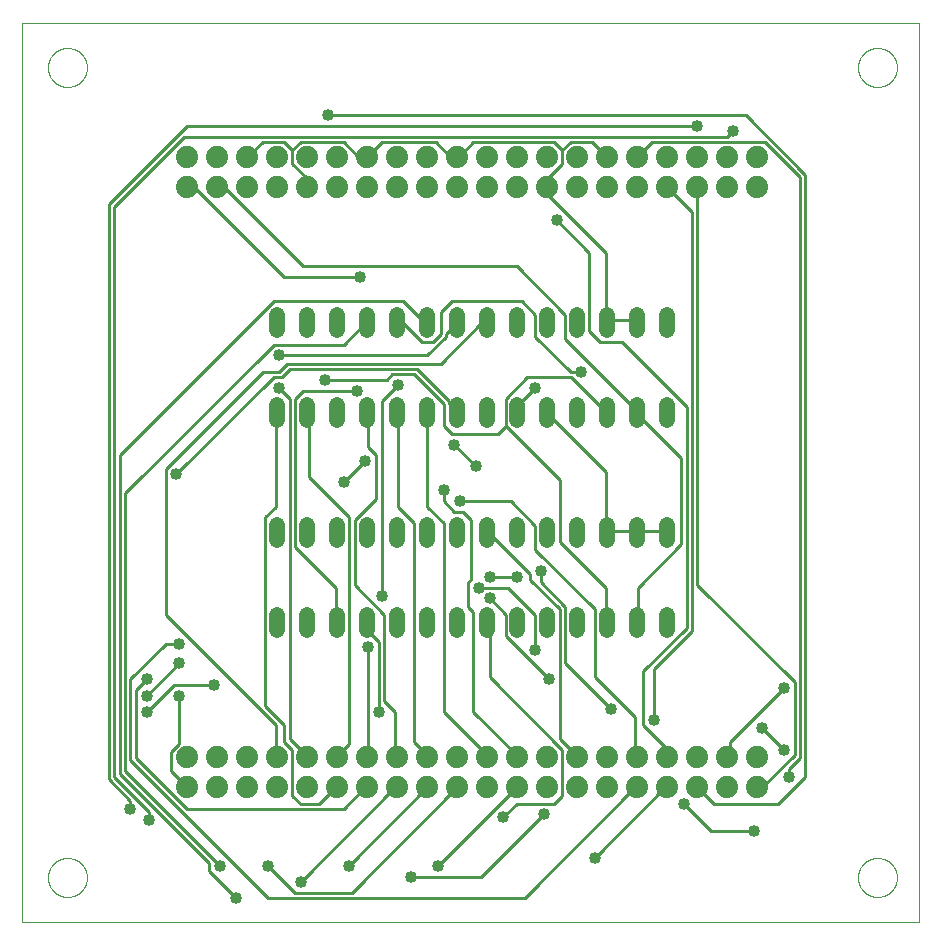
<source format=gtl>
G75*
%MOIN*%
%OFA0B0*%
%FSLAX25Y25*%
%IPPOS*%
%LPD*%
%AMOC8*
5,1,8,0,0,1.08239X$1,22.5*
%
%ADD10C,0.00000*%
%ADD11C,0.05200*%
%ADD12C,0.07400*%
%ADD13C,0.01000*%
%ADD14C,0.04000*%
D10*
X0483333Y0001000D02*
X0483333Y0300961D01*
X0782034Y0300961D01*
X0782034Y0001000D01*
X0483333Y0001000D01*
X0491833Y0016000D02*
X0491835Y0016161D01*
X0491841Y0016321D01*
X0491851Y0016482D01*
X0491865Y0016642D01*
X0491883Y0016802D01*
X0491904Y0016961D01*
X0491930Y0017120D01*
X0491960Y0017278D01*
X0491993Y0017435D01*
X0492031Y0017592D01*
X0492072Y0017747D01*
X0492117Y0017901D01*
X0492166Y0018054D01*
X0492219Y0018206D01*
X0492275Y0018357D01*
X0492336Y0018506D01*
X0492399Y0018654D01*
X0492467Y0018800D01*
X0492538Y0018944D01*
X0492612Y0019086D01*
X0492690Y0019227D01*
X0492772Y0019365D01*
X0492857Y0019502D01*
X0492945Y0019636D01*
X0493037Y0019768D01*
X0493132Y0019898D01*
X0493230Y0020026D01*
X0493331Y0020151D01*
X0493435Y0020273D01*
X0493542Y0020393D01*
X0493652Y0020510D01*
X0493765Y0020625D01*
X0493881Y0020736D01*
X0494000Y0020845D01*
X0494121Y0020950D01*
X0494245Y0021053D01*
X0494371Y0021153D01*
X0494499Y0021249D01*
X0494630Y0021342D01*
X0494764Y0021432D01*
X0494899Y0021519D01*
X0495037Y0021602D01*
X0495176Y0021682D01*
X0495318Y0021758D01*
X0495461Y0021831D01*
X0495606Y0021900D01*
X0495753Y0021966D01*
X0495901Y0022028D01*
X0496051Y0022086D01*
X0496202Y0022141D01*
X0496355Y0022192D01*
X0496509Y0022239D01*
X0496664Y0022282D01*
X0496820Y0022321D01*
X0496976Y0022357D01*
X0497134Y0022388D01*
X0497292Y0022416D01*
X0497451Y0022440D01*
X0497611Y0022460D01*
X0497771Y0022476D01*
X0497931Y0022488D01*
X0498092Y0022496D01*
X0498253Y0022500D01*
X0498413Y0022500D01*
X0498574Y0022496D01*
X0498735Y0022488D01*
X0498895Y0022476D01*
X0499055Y0022460D01*
X0499215Y0022440D01*
X0499374Y0022416D01*
X0499532Y0022388D01*
X0499690Y0022357D01*
X0499846Y0022321D01*
X0500002Y0022282D01*
X0500157Y0022239D01*
X0500311Y0022192D01*
X0500464Y0022141D01*
X0500615Y0022086D01*
X0500765Y0022028D01*
X0500913Y0021966D01*
X0501060Y0021900D01*
X0501205Y0021831D01*
X0501348Y0021758D01*
X0501490Y0021682D01*
X0501629Y0021602D01*
X0501767Y0021519D01*
X0501902Y0021432D01*
X0502036Y0021342D01*
X0502167Y0021249D01*
X0502295Y0021153D01*
X0502421Y0021053D01*
X0502545Y0020950D01*
X0502666Y0020845D01*
X0502785Y0020736D01*
X0502901Y0020625D01*
X0503014Y0020510D01*
X0503124Y0020393D01*
X0503231Y0020273D01*
X0503335Y0020151D01*
X0503436Y0020026D01*
X0503534Y0019898D01*
X0503629Y0019768D01*
X0503721Y0019636D01*
X0503809Y0019502D01*
X0503894Y0019365D01*
X0503976Y0019227D01*
X0504054Y0019086D01*
X0504128Y0018944D01*
X0504199Y0018800D01*
X0504267Y0018654D01*
X0504330Y0018506D01*
X0504391Y0018357D01*
X0504447Y0018206D01*
X0504500Y0018054D01*
X0504549Y0017901D01*
X0504594Y0017747D01*
X0504635Y0017592D01*
X0504673Y0017435D01*
X0504706Y0017278D01*
X0504736Y0017120D01*
X0504762Y0016961D01*
X0504783Y0016802D01*
X0504801Y0016642D01*
X0504815Y0016482D01*
X0504825Y0016321D01*
X0504831Y0016161D01*
X0504833Y0016000D01*
X0504831Y0015839D01*
X0504825Y0015679D01*
X0504815Y0015518D01*
X0504801Y0015358D01*
X0504783Y0015198D01*
X0504762Y0015039D01*
X0504736Y0014880D01*
X0504706Y0014722D01*
X0504673Y0014565D01*
X0504635Y0014408D01*
X0504594Y0014253D01*
X0504549Y0014099D01*
X0504500Y0013946D01*
X0504447Y0013794D01*
X0504391Y0013643D01*
X0504330Y0013494D01*
X0504267Y0013346D01*
X0504199Y0013200D01*
X0504128Y0013056D01*
X0504054Y0012914D01*
X0503976Y0012773D01*
X0503894Y0012635D01*
X0503809Y0012498D01*
X0503721Y0012364D01*
X0503629Y0012232D01*
X0503534Y0012102D01*
X0503436Y0011974D01*
X0503335Y0011849D01*
X0503231Y0011727D01*
X0503124Y0011607D01*
X0503014Y0011490D01*
X0502901Y0011375D01*
X0502785Y0011264D01*
X0502666Y0011155D01*
X0502545Y0011050D01*
X0502421Y0010947D01*
X0502295Y0010847D01*
X0502167Y0010751D01*
X0502036Y0010658D01*
X0501902Y0010568D01*
X0501767Y0010481D01*
X0501629Y0010398D01*
X0501490Y0010318D01*
X0501348Y0010242D01*
X0501205Y0010169D01*
X0501060Y0010100D01*
X0500913Y0010034D01*
X0500765Y0009972D01*
X0500615Y0009914D01*
X0500464Y0009859D01*
X0500311Y0009808D01*
X0500157Y0009761D01*
X0500002Y0009718D01*
X0499846Y0009679D01*
X0499690Y0009643D01*
X0499532Y0009612D01*
X0499374Y0009584D01*
X0499215Y0009560D01*
X0499055Y0009540D01*
X0498895Y0009524D01*
X0498735Y0009512D01*
X0498574Y0009504D01*
X0498413Y0009500D01*
X0498253Y0009500D01*
X0498092Y0009504D01*
X0497931Y0009512D01*
X0497771Y0009524D01*
X0497611Y0009540D01*
X0497451Y0009560D01*
X0497292Y0009584D01*
X0497134Y0009612D01*
X0496976Y0009643D01*
X0496820Y0009679D01*
X0496664Y0009718D01*
X0496509Y0009761D01*
X0496355Y0009808D01*
X0496202Y0009859D01*
X0496051Y0009914D01*
X0495901Y0009972D01*
X0495753Y0010034D01*
X0495606Y0010100D01*
X0495461Y0010169D01*
X0495318Y0010242D01*
X0495176Y0010318D01*
X0495037Y0010398D01*
X0494899Y0010481D01*
X0494764Y0010568D01*
X0494630Y0010658D01*
X0494499Y0010751D01*
X0494371Y0010847D01*
X0494245Y0010947D01*
X0494121Y0011050D01*
X0494000Y0011155D01*
X0493881Y0011264D01*
X0493765Y0011375D01*
X0493652Y0011490D01*
X0493542Y0011607D01*
X0493435Y0011727D01*
X0493331Y0011849D01*
X0493230Y0011974D01*
X0493132Y0012102D01*
X0493037Y0012232D01*
X0492945Y0012364D01*
X0492857Y0012498D01*
X0492772Y0012635D01*
X0492690Y0012773D01*
X0492612Y0012914D01*
X0492538Y0013056D01*
X0492467Y0013200D01*
X0492399Y0013346D01*
X0492336Y0013494D01*
X0492275Y0013643D01*
X0492219Y0013794D01*
X0492166Y0013946D01*
X0492117Y0014099D01*
X0492072Y0014253D01*
X0492031Y0014408D01*
X0491993Y0014565D01*
X0491960Y0014722D01*
X0491930Y0014880D01*
X0491904Y0015039D01*
X0491883Y0015198D01*
X0491865Y0015358D01*
X0491851Y0015518D01*
X0491841Y0015679D01*
X0491835Y0015839D01*
X0491833Y0016000D01*
X0761833Y0016000D02*
X0761835Y0016161D01*
X0761841Y0016321D01*
X0761851Y0016482D01*
X0761865Y0016642D01*
X0761883Y0016802D01*
X0761904Y0016961D01*
X0761930Y0017120D01*
X0761960Y0017278D01*
X0761993Y0017435D01*
X0762031Y0017592D01*
X0762072Y0017747D01*
X0762117Y0017901D01*
X0762166Y0018054D01*
X0762219Y0018206D01*
X0762275Y0018357D01*
X0762336Y0018506D01*
X0762399Y0018654D01*
X0762467Y0018800D01*
X0762538Y0018944D01*
X0762612Y0019086D01*
X0762690Y0019227D01*
X0762772Y0019365D01*
X0762857Y0019502D01*
X0762945Y0019636D01*
X0763037Y0019768D01*
X0763132Y0019898D01*
X0763230Y0020026D01*
X0763331Y0020151D01*
X0763435Y0020273D01*
X0763542Y0020393D01*
X0763652Y0020510D01*
X0763765Y0020625D01*
X0763881Y0020736D01*
X0764000Y0020845D01*
X0764121Y0020950D01*
X0764245Y0021053D01*
X0764371Y0021153D01*
X0764499Y0021249D01*
X0764630Y0021342D01*
X0764764Y0021432D01*
X0764899Y0021519D01*
X0765037Y0021602D01*
X0765176Y0021682D01*
X0765318Y0021758D01*
X0765461Y0021831D01*
X0765606Y0021900D01*
X0765753Y0021966D01*
X0765901Y0022028D01*
X0766051Y0022086D01*
X0766202Y0022141D01*
X0766355Y0022192D01*
X0766509Y0022239D01*
X0766664Y0022282D01*
X0766820Y0022321D01*
X0766976Y0022357D01*
X0767134Y0022388D01*
X0767292Y0022416D01*
X0767451Y0022440D01*
X0767611Y0022460D01*
X0767771Y0022476D01*
X0767931Y0022488D01*
X0768092Y0022496D01*
X0768253Y0022500D01*
X0768413Y0022500D01*
X0768574Y0022496D01*
X0768735Y0022488D01*
X0768895Y0022476D01*
X0769055Y0022460D01*
X0769215Y0022440D01*
X0769374Y0022416D01*
X0769532Y0022388D01*
X0769690Y0022357D01*
X0769846Y0022321D01*
X0770002Y0022282D01*
X0770157Y0022239D01*
X0770311Y0022192D01*
X0770464Y0022141D01*
X0770615Y0022086D01*
X0770765Y0022028D01*
X0770913Y0021966D01*
X0771060Y0021900D01*
X0771205Y0021831D01*
X0771348Y0021758D01*
X0771490Y0021682D01*
X0771629Y0021602D01*
X0771767Y0021519D01*
X0771902Y0021432D01*
X0772036Y0021342D01*
X0772167Y0021249D01*
X0772295Y0021153D01*
X0772421Y0021053D01*
X0772545Y0020950D01*
X0772666Y0020845D01*
X0772785Y0020736D01*
X0772901Y0020625D01*
X0773014Y0020510D01*
X0773124Y0020393D01*
X0773231Y0020273D01*
X0773335Y0020151D01*
X0773436Y0020026D01*
X0773534Y0019898D01*
X0773629Y0019768D01*
X0773721Y0019636D01*
X0773809Y0019502D01*
X0773894Y0019365D01*
X0773976Y0019227D01*
X0774054Y0019086D01*
X0774128Y0018944D01*
X0774199Y0018800D01*
X0774267Y0018654D01*
X0774330Y0018506D01*
X0774391Y0018357D01*
X0774447Y0018206D01*
X0774500Y0018054D01*
X0774549Y0017901D01*
X0774594Y0017747D01*
X0774635Y0017592D01*
X0774673Y0017435D01*
X0774706Y0017278D01*
X0774736Y0017120D01*
X0774762Y0016961D01*
X0774783Y0016802D01*
X0774801Y0016642D01*
X0774815Y0016482D01*
X0774825Y0016321D01*
X0774831Y0016161D01*
X0774833Y0016000D01*
X0774831Y0015839D01*
X0774825Y0015679D01*
X0774815Y0015518D01*
X0774801Y0015358D01*
X0774783Y0015198D01*
X0774762Y0015039D01*
X0774736Y0014880D01*
X0774706Y0014722D01*
X0774673Y0014565D01*
X0774635Y0014408D01*
X0774594Y0014253D01*
X0774549Y0014099D01*
X0774500Y0013946D01*
X0774447Y0013794D01*
X0774391Y0013643D01*
X0774330Y0013494D01*
X0774267Y0013346D01*
X0774199Y0013200D01*
X0774128Y0013056D01*
X0774054Y0012914D01*
X0773976Y0012773D01*
X0773894Y0012635D01*
X0773809Y0012498D01*
X0773721Y0012364D01*
X0773629Y0012232D01*
X0773534Y0012102D01*
X0773436Y0011974D01*
X0773335Y0011849D01*
X0773231Y0011727D01*
X0773124Y0011607D01*
X0773014Y0011490D01*
X0772901Y0011375D01*
X0772785Y0011264D01*
X0772666Y0011155D01*
X0772545Y0011050D01*
X0772421Y0010947D01*
X0772295Y0010847D01*
X0772167Y0010751D01*
X0772036Y0010658D01*
X0771902Y0010568D01*
X0771767Y0010481D01*
X0771629Y0010398D01*
X0771490Y0010318D01*
X0771348Y0010242D01*
X0771205Y0010169D01*
X0771060Y0010100D01*
X0770913Y0010034D01*
X0770765Y0009972D01*
X0770615Y0009914D01*
X0770464Y0009859D01*
X0770311Y0009808D01*
X0770157Y0009761D01*
X0770002Y0009718D01*
X0769846Y0009679D01*
X0769690Y0009643D01*
X0769532Y0009612D01*
X0769374Y0009584D01*
X0769215Y0009560D01*
X0769055Y0009540D01*
X0768895Y0009524D01*
X0768735Y0009512D01*
X0768574Y0009504D01*
X0768413Y0009500D01*
X0768253Y0009500D01*
X0768092Y0009504D01*
X0767931Y0009512D01*
X0767771Y0009524D01*
X0767611Y0009540D01*
X0767451Y0009560D01*
X0767292Y0009584D01*
X0767134Y0009612D01*
X0766976Y0009643D01*
X0766820Y0009679D01*
X0766664Y0009718D01*
X0766509Y0009761D01*
X0766355Y0009808D01*
X0766202Y0009859D01*
X0766051Y0009914D01*
X0765901Y0009972D01*
X0765753Y0010034D01*
X0765606Y0010100D01*
X0765461Y0010169D01*
X0765318Y0010242D01*
X0765176Y0010318D01*
X0765037Y0010398D01*
X0764899Y0010481D01*
X0764764Y0010568D01*
X0764630Y0010658D01*
X0764499Y0010751D01*
X0764371Y0010847D01*
X0764245Y0010947D01*
X0764121Y0011050D01*
X0764000Y0011155D01*
X0763881Y0011264D01*
X0763765Y0011375D01*
X0763652Y0011490D01*
X0763542Y0011607D01*
X0763435Y0011727D01*
X0763331Y0011849D01*
X0763230Y0011974D01*
X0763132Y0012102D01*
X0763037Y0012232D01*
X0762945Y0012364D01*
X0762857Y0012498D01*
X0762772Y0012635D01*
X0762690Y0012773D01*
X0762612Y0012914D01*
X0762538Y0013056D01*
X0762467Y0013200D01*
X0762399Y0013346D01*
X0762336Y0013494D01*
X0762275Y0013643D01*
X0762219Y0013794D01*
X0762166Y0013946D01*
X0762117Y0014099D01*
X0762072Y0014253D01*
X0762031Y0014408D01*
X0761993Y0014565D01*
X0761960Y0014722D01*
X0761930Y0014880D01*
X0761904Y0015039D01*
X0761883Y0015198D01*
X0761865Y0015358D01*
X0761851Y0015518D01*
X0761841Y0015679D01*
X0761835Y0015839D01*
X0761833Y0016000D01*
X0761833Y0286000D02*
X0761835Y0286161D01*
X0761841Y0286321D01*
X0761851Y0286482D01*
X0761865Y0286642D01*
X0761883Y0286802D01*
X0761904Y0286961D01*
X0761930Y0287120D01*
X0761960Y0287278D01*
X0761993Y0287435D01*
X0762031Y0287592D01*
X0762072Y0287747D01*
X0762117Y0287901D01*
X0762166Y0288054D01*
X0762219Y0288206D01*
X0762275Y0288357D01*
X0762336Y0288506D01*
X0762399Y0288654D01*
X0762467Y0288800D01*
X0762538Y0288944D01*
X0762612Y0289086D01*
X0762690Y0289227D01*
X0762772Y0289365D01*
X0762857Y0289502D01*
X0762945Y0289636D01*
X0763037Y0289768D01*
X0763132Y0289898D01*
X0763230Y0290026D01*
X0763331Y0290151D01*
X0763435Y0290273D01*
X0763542Y0290393D01*
X0763652Y0290510D01*
X0763765Y0290625D01*
X0763881Y0290736D01*
X0764000Y0290845D01*
X0764121Y0290950D01*
X0764245Y0291053D01*
X0764371Y0291153D01*
X0764499Y0291249D01*
X0764630Y0291342D01*
X0764764Y0291432D01*
X0764899Y0291519D01*
X0765037Y0291602D01*
X0765176Y0291682D01*
X0765318Y0291758D01*
X0765461Y0291831D01*
X0765606Y0291900D01*
X0765753Y0291966D01*
X0765901Y0292028D01*
X0766051Y0292086D01*
X0766202Y0292141D01*
X0766355Y0292192D01*
X0766509Y0292239D01*
X0766664Y0292282D01*
X0766820Y0292321D01*
X0766976Y0292357D01*
X0767134Y0292388D01*
X0767292Y0292416D01*
X0767451Y0292440D01*
X0767611Y0292460D01*
X0767771Y0292476D01*
X0767931Y0292488D01*
X0768092Y0292496D01*
X0768253Y0292500D01*
X0768413Y0292500D01*
X0768574Y0292496D01*
X0768735Y0292488D01*
X0768895Y0292476D01*
X0769055Y0292460D01*
X0769215Y0292440D01*
X0769374Y0292416D01*
X0769532Y0292388D01*
X0769690Y0292357D01*
X0769846Y0292321D01*
X0770002Y0292282D01*
X0770157Y0292239D01*
X0770311Y0292192D01*
X0770464Y0292141D01*
X0770615Y0292086D01*
X0770765Y0292028D01*
X0770913Y0291966D01*
X0771060Y0291900D01*
X0771205Y0291831D01*
X0771348Y0291758D01*
X0771490Y0291682D01*
X0771629Y0291602D01*
X0771767Y0291519D01*
X0771902Y0291432D01*
X0772036Y0291342D01*
X0772167Y0291249D01*
X0772295Y0291153D01*
X0772421Y0291053D01*
X0772545Y0290950D01*
X0772666Y0290845D01*
X0772785Y0290736D01*
X0772901Y0290625D01*
X0773014Y0290510D01*
X0773124Y0290393D01*
X0773231Y0290273D01*
X0773335Y0290151D01*
X0773436Y0290026D01*
X0773534Y0289898D01*
X0773629Y0289768D01*
X0773721Y0289636D01*
X0773809Y0289502D01*
X0773894Y0289365D01*
X0773976Y0289227D01*
X0774054Y0289086D01*
X0774128Y0288944D01*
X0774199Y0288800D01*
X0774267Y0288654D01*
X0774330Y0288506D01*
X0774391Y0288357D01*
X0774447Y0288206D01*
X0774500Y0288054D01*
X0774549Y0287901D01*
X0774594Y0287747D01*
X0774635Y0287592D01*
X0774673Y0287435D01*
X0774706Y0287278D01*
X0774736Y0287120D01*
X0774762Y0286961D01*
X0774783Y0286802D01*
X0774801Y0286642D01*
X0774815Y0286482D01*
X0774825Y0286321D01*
X0774831Y0286161D01*
X0774833Y0286000D01*
X0774831Y0285839D01*
X0774825Y0285679D01*
X0774815Y0285518D01*
X0774801Y0285358D01*
X0774783Y0285198D01*
X0774762Y0285039D01*
X0774736Y0284880D01*
X0774706Y0284722D01*
X0774673Y0284565D01*
X0774635Y0284408D01*
X0774594Y0284253D01*
X0774549Y0284099D01*
X0774500Y0283946D01*
X0774447Y0283794D01*
X0774391Y0283643D01*
X0774330Y0283494D01*
X0774267Y0283346D01*
X0774199Y0283200D01*
X0774128Y0283056D01*
X0774054Y0282914D01*
X0773976Y0282773D01*
X0773894Y0282635D01*
X0773809Y0282498D01*
X0773721Y0282364D01*
X0773629Y0282232D01*
X0773534Y0282102D01*
X0773436Y0281974D01*
X0773335Y0281849D01*
X0773231Y0281727D01*
X0773124Y0281607D01*
X0773014Y0281490D01*
X0772901Y0281375D01*
X0772785Y0281264D01*
X0772666Y0281155D01*
X0772545Y0281050D01*
X0772421Y0280947D01*
X0772295Y0280847D01*
X0772167Y0280751D01*
X0772036Y0280658D01*
X0771902Y0280568D01*
X0771767Y0280481D01*
X0771629Y0280398D01*
X0771490Y0280318D01*
X0771348Y0280242D01*
X0771205Y0280169D01*
X0771060Y0280100D01*
X0770913Y0280034D01*
X0770765Y0279972D01*
X0770615Y0279914D01*
X0770464Y0279859D01*
X0770311Y0279808D01*
X0770157Y0279761D01*
X0770002Y0279718D01*
X0769846Y0279679D01*
X0769690Y0279643D01*
X0769532Y0279612D01*
X0769374Y0279584D01*
X0769215Y0279560D01*
X0769055Y0279540D01*
X0768895Y0279524D01*
X0768735Y0279512D01*
X0768574Y0279504D01*
X0768413Y0279500D01*
X0768253Y0279500D01*
X0768092Y0279504D01*
X0767931Y0279512D01*
X0767771Y0279524D01*
X0767611Y0279540D01*
X0767451Y0279560D01*
X0767292Y0279584D01*
X0767134Y0279612D01*
X0766976Y0279643D01*
X0766820Y0279679D01*
X0766664Y0279718D01*
X0766509Y0279761D01*
X0766355Y0279808D01*
X0766202Y0279859D01*
X0766051Y0279914D01*
X0765901Y0279972D01*
X0765753Y0280034D01*
X0765606Y0280100D01*
X0765461Y0280169D01*
X0765318Y0280242D01*
X0765176Y0280318D01*
X0765037Y0280398D01*
X0764899Y0280481D01*
X0764764Y0280568D01*
X0764630Y0280658D01*
X0764499Y0280751D01*
X0764371Y0280847D01*
X0764245Y0280947D01*
X0764121Y0281050D01*
X0764000Y0281155D01*
X0763881Y0281264D01*
X0763765Y0281375D01*
X0763652Y0281490D01*
X0763542Y0281607D01*
X0763435Y0281727D01*
X0763331Y0281849D01*
X0763230Y0281974D01*
X0763132Y0282102D01*
X0763037Y0282232D01*
X0762945Y0282364D01*
X0762857Y0282498D01*
X0762772Y0282635D01*
X0762690Y0282773D01*
X0762612Y0282914D01*
X0762538Y0283056D01*
X0762467Y0283200D01*
X0762399Y0283346D01*
X0762336Y0283494D01*
X0762275Y0283643D01*
X0762219Y0283794D01*
X0762166Y0283946D01*
X0762117Y0284099D01*
X0762072Y0284253D01*
X0762031Y0284408D01*
X0761993Y0284565D01*
X0761960Y0284722D01*
X0761930Y0284880D01*
X0761904Y0285039D01*
X0761883Y0285198D01*
X0761865Y0285358D01*
X0761851Y0285518D01*
X0761841Y0285679D01*
X0761835Y0285839D01*
X0761833Y0286000D01*
X0491833Y0286000D02*
X0491835Y0286161D01*
X0491841Y0286321D01*
X0491851Y0286482D01*
X0491865Y0286642D01*
X0491883Y0286802D01*
X0491904Y0286961D01*
X0491930Y0287120D01*
X0491960Y0287278D01*
X0491993Y0287435D01*
X0492031Y0287592D01*
X0492072Y0287747D01*
X0492117Y0287901D01*
X0492166Y0288054D01*
X0492219Y0288206D01*
X0492275Y0288357D01*
X0492336Y0288506D01*
X0492399Y0288654D01*
X0492467Y0288800D01*
X0492538Y0288944D01*
X0492612Y0289086D01*
X0492690Y0289227D01*
X0492772Y0289365D01*
X0492857Y0289502D01*
X0492945Y0289636D01*
X0493037Y0289768D01*
X0493132Y0289898D01*
X0493230Y0290026D01*
X0493331Y0290151D01*
X0493435Y0290273D01*
X0493542Y0290393D01*
X0493652Y0290510D01*
X0493765Y0290625D01*
X0493881Y0290736D01*
X0494000Y0290845D01*
X0494121Y0290950D01*
X0494245Y0291053D01*
X0494371Y0291153D01*
X0494499Y0291249D01*
X0494630Y0291342D01*
X0494764Y0291432D01*
X0494899Y0291519D01*
X0495037Y0291602D01*
X0495176Y0291682D01*
X0495318Y0291758D01*
X0495461Y0291831D01*
X0495606Y0291900D01*
X0495753Y0291966D01*
X0495901Y0292028D01*
X0496051Y0292086D01*
X0496202Y0292141D01*
X0496355Y0292192D01*
X0496509Y0292239D01*
X0496664Y0292282D01*
X0496820Y0292321D01*
X0496976Y0292357D01*
X0497134Y0292388D01*
X0497292Y0292416D01*
X0497451Y0292440D01*
X0497611Y0292460D01*
X0497771Y0292476D01*
X0497931Y0292488D01*
X0498092Y0292496D01*
X0498253Y0292500D01*
X0498413Y0292500D01*
X0498574Y0292496D01*
X0498735Y0292488D01*
X0498895Y0292476D01*
X0499055Y0292460D01*
X0499215Y0292440D01*
X0499374Y0292416D01*
X0499532Y0292388D01*
X0499690Y0292357D01*
X0499846Y0292321D01*
X0500002Y0292282D01*
X0500157Y0292239D01*
X0500311Y0292192D01*
X0500464Y0292141D01*
X0500615Y0292086D01*
X0500765Y0292028D01*
X0500913Y0291966D01*
X0501060Y0291900D01*
X0501205Y0291831D01*
X0501348Y0291758D01*
X0501490Y0291682D01*
X0501629Y0291602D01*
X0501767Y0291519D01*
X0501902Y0291432D01*
X0502036Y0291342D01*
X0502167Y0291249D01*
X0502295Y0291153D01*
X0502421Y0291053D01*
X0502545Y0290950D01*
X0502666Y0290845D01*
X0502785Y0290736D01*
X0502901Y0290625D01*
X0503014Y0290510D01*
X0503124Y0290393D01*
X0503231Y0290273D01*
X0503335Y0290151D01*
X0503436Y0290026D01*
X0503534Y0289898D01*
X0503629Y0289768D01*
X0503721Y0289636D01*
X0503809Y0289502D01*
X0503894Y0289365D01*
X0503976Y0289227D01*
X0504054Y0289086D01*
X0504128Y0288944D01*
X0504199Y0288800D01*
X0504267Y0288654D01*
X0504330Y0288506D01*
X0504391Y0288357D01*
X0504447Y0288206D01*
X0504500Y0288054D01*
X0504549Y0287901D01*
X0504594Y0287747D01*
X0504635Y0287592D01*
X0504673Y0287435D01*
X0504706Y0287278D01*
X0504736Y0287120D01*
X0504762Y0286961D01*
X0504783Y0286802D01*
X0504801Y0286642D01*
X0504815Y0286482D01*
X0504825Y0286321D01*
X0504831Y0286161D01*
X0504833Y0286000D01*
X0504831Y0285839D01*
X0504825Y0285679D01*
X0504815Y0285518D01*
X0504801Y0285358D01*
X0504783Y0285198D01*
X0504762Y0285039D01*
X0504736Y0284880D01*
X0504706Y0284722D01*
X0504673Y0284565D01*
X0504635Y0284408D01*
X0504594Y0284253D01*
X0504549Y0284099D01*
X0504500Y0283946D01*
X0504447Y0283794D01*
X0504391Y0283643D01*
X0504330Y0283494D01*
X0504267Y0283346D01*
X0504199Y0283200D01*
X0504128Y0283056D01*
X0504054Y0282914D01*
X0503976Y0282773D01*
X0503894Y0282635D01*
X0503809Y0282498D01*
X0503721Y0282364D01*
X0503629Y0282232D01*
X0503534Y0282102D01*
X0503436Y0281974D01*
X0503335Y0281849D01*
X0503231Y0281727D01*
X0503124Y0281607D01*
X0503014Y0281490D01*
X0502901Y0281375D01*
X0502785Y0281264D01*
X0502666Y0281155D01*
X0502545Y0281050D01*
X0502421Y0280947D01*
X0502295Y0280847D01*
X0502167Y0280751D01*
X0502036Y0280658D01*
X0501902Y0280568D01*
X0501767Y0280481D01*
X0501629Y0280398D01*
X0501490Y0280318D01*
X0501348Y0280242D01*
X0501205Y0280169D01*
X0501060Y0280100D01*
X0500913Y0280034D01*
X0500765Y0279972D01*
X0500615Y0279914D01*
X0500464Y0279859D01*
X0500311Y0279808D01*
X0500157Y0279761D01*
X0500002Y0279718D01*
X0499846Y0279679D01*
X0499690Y0279643D01*
X0499532Y0279612D01*
X0499374Y0279584D01*
X0499215Y0279560D01*
X0499055Y0279540D01*
X0498895Y0279524D01*
X0498735Y0279512D01*
X0498574Y0279504D01*
X0498413Y0279500D01*
X0498253Y0279500D01*
X0498092Y0279504D01*
X0497931Y0279512D01*
X0497771Y0279524D01*
X0497611Y0279540D01*
X0497451Y0279560D01*
X0497292Y0279584D01*
X0497134Y0279612D01*
X0496976Y0279643D01*
X0496820Y0279679D01*
X0496664Y0279718D01*
X0496509Y0279761D01*
X0496355Y0279808D01*
X0496202Y0279859D01*
X0496051Y0279914D01*
X0495901Y0279972D01*
X0495753Y0280034D01*
X0495606Y0280100D01*
X0495461Y0280169D01*
X0495318Y0280242D01*
X0495176Y0280318D01*
X0495037Y0280398D01*
X0494899Y0280481D01*
X0494764Y0280568D01*
X0494630Y0280658D01*
X0494499Y0280751D01*
X0494371Y0280847D01*
X0494245Y0280947D01*
X0494121Y0281050D01*
X0494000Y0281155D01*
X0493881Y0281264D01*
X0493765Y0281375D01*
X0493652Y0281490D01*
X0493542Y0281607D01*
X0493435Y0281727D01*
X0493331Y0281849D01*
X0493230Y0281974D01*
X0493132Y0282102D01*
X0493037Y0282232D01*
X0492945Y0282364D01*
X0492857Y0282498D01*
X0492772Y0282635D01*
X0492690Y0282773D01*
X0492612Y0282914D01*
X0492538Y0283056D01*
X0492467Y0283200D01*
X0492399Y0283346D01*
X0492336Y0283494D01*
X0492275Y0283643D01*
X0492219Y0283794D01*
X0492166Y0283946D01*
X0492117Y0284099D01*
X0492072Y0284253D01*
X0492031Y0284408D01*
X0491993Y0284565D01*
X0491960Y0284722D01*
X0491930Y0284880D01*
X0491904Y0285039D01*
X0491883Y0285198D01*
X0491865Y0285358D01*
X0491851Y0285518D01*
X0491841Y0285679D01*
X0491835Y0285839D01*
X0491833Y0286000D01*
D11*
X0568333Y0203600D02*
X0568333Y0198400D01*
X0578333Y0198400D02*
X0578333Y0203600D01*
X0588333Y0203600D02*
X0588333Y0198400D01*
X0598333Y0198400D02*
X0598333Y0203600D01*
X0608333Y0203600D02*
X0608333Y0198400D01*
X0618333Y0198400D02*
X0618333Y0203600D01*
X0628333Y0203600D02*
X0628333Y0198400D01*
X0638333Y0198400D02*
X0638333Y0203600D01*
X0648333Y0203600D02*
X0648333Y0198400D01*
X0658333Y0198400D02*
X0658333Y0203600D01*
X0668333Y0203600D02*
X0668333Y0198400D01*
X0678333Y0198400D02*
X0678333Y0203600D01*
X0688333Y0203600D02*
X0688333Y0198400D01*
X0698333Y0198400D02*
X0698333Y0203600D01*
X0698333Y0173600D02*
X0698333Y0168400D01*
X0688333Y0168400D02*
X0688333Y0173600D01*
X0678333Y0173600D02*
X0678333Y0168400D01*
X0668333Y0168400D02*
X0668333Y0173600D01*
X0658333Y0173600D02*
X0658333Y0168400D01*
X0648333Y0168400D02*
X0648333Y0173600D01*
X0638333Y0173600D02*
X0638333Y0168400D01*
X0628333Y0168400D02*
X0628333Y0173600D01*
X0618333Y0173600D02*
X0618333Y0168400D01*
X0608333Y0168400D02*
X0608333Y0173600D01*
X0598333Y0173600D02*
X0598333Y0168400D01*
X0588333Y0168400D02*
X0588333Y0173600D01*
X0578333Y0173600D02*
X0578333Y0168400D01*
X0568333Y0168400D02*
X0568333Y0173600D01*
X0568333Y0133600D02*
X0568333Y0128400D01*
X0578333Y0128400D02*
X0578333Y0133600D01*
X0588333Y0133600D02*
X0588333Y0128400D01*
X0598333Y0128400D02*
X0598333Y0133600D01*
X0608333Y0133600D02*
X0608333Y0128400D01*
X0618333Y0128400D02*
X0618333Y0133600D01*
X0628333Y0133600D02*
X0628333Y0128400D01*
X0638333Y0128400D02*
X0638333Y0133600D01*
X0648333Y0133600D02*
X0648333Y0128400D01*
X0658333Y0128400D02*
X0658333Y0133600D01*
X0668333Y0133600D02*
X0668333Y0128400D01*
X0678333Y0128400D02*
X0678333Y0133600D01*
X0688333Y0133600D02*
X0688333Y0128400D01*
X0698333Y0128400D02*
X0698333Y0133600D01*
X0698333Y0103600D02*
X0698333Y0098400D01*
X0688333Y0098400D02*
X0688333Y0103600D01*
X0678333Y0103600D02*
X0678333Y0098400D01*
X0668333Y0098400D02*
X0668333Y0103600D01*
X0658333Y0103600D02*
X0658333Y0098400D01*
X0648333Y0098400D02*
X0648333Y0103600D01*
X0638333Y0103600D02*
X0638333Y0098400D01*
X0628333Y0098400D02*
X0628333Y0103600D01*
X0618333Y0103600D02*
X0618333Y0098400D01*
X0608333Y0098400D02*
X0608333Y0103600D01*
X0598333Y0103600D02*
X0598333Y0098400D01*
X0588333Y0098400D02*
X0588333Y0103600D01*
X0578333Y0103600D02*
X0578333Y0098400D01*
X0568333Y0098400D02*
X0568333Y0103600D01*
D12*
X0568333Y0056000D03*
X0558333Y0056000D03*
X0548333Y0056000D03*
X0538333Y0056000D03*
X0538333Y0046000D03*
X0548333Y0046000D03*
X0558333Y0046000D03*
X0568333Y0046000D03*
X0578333Y0046000D03*
X0578333Y0056000D03*
X0588333Y0056000D03*
X0598333Y0056000D03*
X0608333Y0056000D03*
X0618333Y0056000D03*
X0618333Y0046000D03*
X0608333Y0046000D03*
X0598333Y0046000D03*
X0588333Y0046000D03*
X0628333Y0046000D03*
X0638333Y0046000D03*
X0648333Y0046000D03*
X0648333Y0056000D03*
X0638333Y0056000D03*
X0628333Y0056000D03*
X0658333Y0056000D03*
X0668333Y0056000D03*
X0678333Y0056000D03*
X0688333Y0056000D03*
X0688333Y0046000D03*
X0678333Y0046000D03*
X0668333Y0046000D03*
X0658333Y0046000D03*
X0698333Y0046000D03*
X0708333Y0046000D03*
X0718333Y0046000D03*
X0718333Y0056000D03*
X0708333Y0056000D03*
X0698333Y0056000D03*
X0728333Y0056000D03*
X0728333Y0046000D03*
X0728333Y0246000D03*
X0718333Y0246000D03*
X0708333Y0246000D03*
X0698333Y0246000D03*
X0688333Y0246000D03*
X0678333Y0246000D03*
X0668333Y0246000D03*
X0658333Y0246000D03*
X0648333Y0246000D03*
X0638333Y0246000D03*
X0628333Y0246000D03*
X0618333Y0246000D03*
X0608333Y0246000D03*
X0598333Y0246000D03*
X0588333Y0246000D03*
X0578333Y0246000D03*
X0568333Y0246000D03*
X0558333Y0246000D03*
X0548333Y0246000D03*
X0538333Y0246000D03*
X0538333Y0256000D03*
X0548333Y0256000D03*
X0558333Y0256000D03*
X0568333Y0256000D03*
X0578333Y0256000D03*
X0588333Y0256000D03*
X0598333Y0256000D03*
X0608333Y0256000D03*
X0618333Y0256000D03*
X0628333Y0256000D03*
X0638333Y0256000D03*
X0648333Y0256000D03*
X0658333Y0256000D03*
X0668333Y0256000D03*
X0678333Y0256000D03*
X0688333Y0256000D03*
X0698333Y0256000D03*
X0708333Y0256000D03*
X0718333Y0256000D03*
X0728333Y0256000D03*
D13*
X0730833Y0261100D02*
X0693033Y0261100D01*
X0688533Y0256600D01*
X0688333Y0256000D01*
X0678333Y0256000D02*
X0673233Y0261100D01*
X0666033Y0261100D01*
X0663333Y0258400D01*
X0660633Y0261100D01*
X0633633Y0261100D01*
X0629133Y0256600D01*
X0628333Y0256000D01*
X0628233Y0256600D01*
X0625533Y0256600D01*
X0621033Y0261100D01*
X0603033Y0261100D01*
X0598533Y0256600D01*
X0598333Y0256000D01*
X0597633Y0256600D01*
X0594933Y0256600D01*
X0590433Y0261100D01*
X0576033Y0261100D01*
X0573333Y0258400D01*
X0570633Y0261100D01*
X0563433Y0261100D01*
X0558333Y0256000D01*
X0573333Y0253900D02*
X0577833Y0249400D01*
X0577833Y0246700D01*
X0578333Y0246000D01*
X0573333Y0253900D02*
X0573333Y0258400D01*
X0585033Y0270100D02*
X0724533Y0270100D01*
X0744333Y0250300D01*
X0744333Y0049600D01*
X0735333Y0040600D01*
X0713733Y0040600D01*
X0708333Y0046000D01*
X0698333Y0046000D02*
X0697533Y0046000D01*
X0674133Y0022600D01*
X0687633Y0046000D02*
X0650733Y0009100D01*
X0565233Y0009100D01*
X0519333Y0055000D01*
X0519333Y0082000D01*
X0531033Y0093700D01*
X0535533Y0093700D01*
X0535533Y0087400D02*
X0524733Y0076600D01*
X0521133Y0078400D02*
X0524733Y0082000D01*
X0521133Y0078400D02*
X0521133Y0055900D01*
X0538233Y0038800D01*
X0590433Y0038800D01*
X0597633Y0046000D01*
X0598333Y0046000D01*
X0607533Y0046000D02*
X0608333Y0046000D01*
X0607533Y0046000D02*
X0576033Y0014500D01*
X0574233Y0010900D02*
X0593133Y0010900D01*
X0628233Y0046000D01*
X0628333Y0046000D01*
X0618333Y0046000D02*
X0592233Y0019900D01*
X0574233Y0010900D02*
X0565233Y0019900D01*
X0549033Y0019900D02*
X0517533Y0051400D01*
X0517533Y0144100D01*
X0567033Y0193600D01*
X0590433Y0193600D01*
X0597633Y0200800D01*
X0598333Y0201000D01*
X0608333Y0201000D02*
X0608433Y0200800D01*
X0610233Y0200800D01*
X0616533Y0194500D01*
X0620133Y0194500D01*
X0622833Y0197200D01*
X0622833Y0204400D01*
X0626433Y0208000D01*
X0649833Y0208000D01*
X0654333Y0203500D01*
X0654333Y0196300D01*
X0666033Y0184600D01*
X0669633Y0184600D01*
X0666033Y0182800D02*
X0677733Y0171100D01*
X0678333Y0171000D01*
X0688333Y0171000D02*
X0688533Y0171100D01*
X0664233Y0195400D01*
X0664233Y0203500D01*
X0648033Y0219700D01*
X0576933Y0219700D01*
X0550833Y0245800D01*
X0549033Y0245800D01*
X0548333Y0246000D01*
X0540933Y0245800D02*
X0570633Y0216100D01*
X0595833Y0216100D01*
X0610233Y0208000D02*
X0567033Y0208000D01*
X0515733Y0156700D01*
X0515733Y0050500D01*
X0545433Y0020800D01*
X0545433Y0018100D01*
X0554433Y0009100D01*
X0525633Y0035200D02*
X0525633Y0037900D01*
X0513933Y0049600D01*
X0513933Y0239500D01*
X0537333Y0262900D01*
X0718233Y0262900D01*
X0720033Y0264700D01*
X0708333Y0266500D02*
X0538233Y0266500D01*
X0512133Y0240400D01*
X0512133Y0048700D01*
X0519333Y0041500D01*
X0519333Y0038800D01*
X0532833Y0051400D02*
X0538233Y0046000D01*
X0538333Y0046000D01*
X0532833Y0051400D02*
X0532833Y0057700D01*
X0535533Y0060400D01*
X0535533Y0076600D01*
X0533733Y0080200D02*
X0524733Y0071200D01*
X0533733Y0080200D02*
X0547233Y0080200D01*
X0564333Y0073000D02*
X0570633Y0066700D01*
X0570633Y0061300D01*
X0573333Y0058600D01*
X0573333Y0043300D01*
X0576033Y0040600D01*
X0582333Y0040600D01*
X0587733Y0046000D01*
X0588333Y0046000D01*
X0588333Y0056000D02*
X0588633Y0056800D01*
X0592233Y0060400D01*
X0592233Y0136000D01*
X0578733Y0149500D01*
X0578733Y0170200D01*
X0578333Y0171000D01*
X0568333Y0171000D02*
X0567933Y0170200D01*
X0567933Y0139600D01*
X0564333Y0136000D01*
X0564333Y0073000D01*
X0567933Y0066700D02*
X0567933Y0056800D01*
X0568333Y0056000D01*
X0572433Y0062200D02*
X0577833Y0056800D01*
X0578333Y0056000D01*
X0572433Y0062200D02*
X0572433Y0175600D01*
X0568833Y0179200D01*
X0569733Y0182800D02*
X0567033Y0182800D01*
X0534633Y0150400D01*
X0531033Y0152200D02*
X0531033Y0103600D01*
X0567933Y0066700D01*
X0598533Y0056800D02*
X0598333Y0056000D01*
X0598533Y0056800D02*
X0598533Y0092800D01*
X0602133Y0094600D02*
X0602133Y0071200D01*
X0603933Y0074800D02*
X0607533Y0071200D01*
X0607533Y0056800D01*
X0608333Y0056000D01*
X0613833Y0061300D02*
X0618333Y0056800D01*
X0618333Y0056000D01*
X0613833Y0061300D02*
X0613833Y0134200D01*
X0608433Y0139600D01*
X0608433Y0170200D01*
X0608333Y0171000D01*
X0603033Y0174700D02*
X0608433Y0180100D01*
X0606633Y0183700D02*
X0604833Y0181900D01*
X0584133Y0181900D01*
X0576933Y0178300D02*
X0594933Y0178300D01*
X0598333Y0171000D02*
X0598533Y0170200D01*
X0598533Y0159400D01*
X0601233Y0156700D01*
X0601233Y0142300D01*
X0594033Y0135100D01*
X0594033Y0113500D01*
X0603933Y0103600D01*
X0603933Y0074800D01*
X0623733Y0071200D02*
X0638133Y0056800D01*
X0638333Y0056000D01*
X0648033Y0056800D02*
X0648333Y0056000D01*
X0648033Y0056800D02*
X0633633Y0071200D01*
X0633633Y0104500D01*
X0631833Y0106300D01*
X0631833Y0114400D01*
X0632733Y0115300D01*
X0632733Y0135100D01*
X0630033Y0137800D01*
X0627333Y0137800D01*
X0623733Y0141400D01*
X0623733Y0145000D01*
X0629133Y0141400D02*
X0646233Y0141400D01*
X0654333Y0133300D01*
X0654333Y0125200D01*
X0674133Y0105400D01*
X0674133Y0082900D01*
X0687633Y0069400D01*
X0687633Y0056800D01*
X0688333Y0056000D01*
X0697533Y0056800D02*
X0698333Y0056000D01*
X0697533Y0056800D02*
X0697533Y0059500D01*
X0690333Y0066700D01*
X0690333Y0084700D01*
X0704733Y0099100D01*
X0704733Y0172900D01*
X0683133Y0194500D01*
X0675933Y0194500D01*
X0672333Y0198100D01*
X0672333Y0224200D01*
X0661533Y0235000D01*
X0658833Y0243100D02*
X0677733Y0224200D01*
X0677733Y0201700D01*
X0678333Y0201000D01*
X0678633Y0201700D01*
X0687633Y0201700D01*
X0688333Y0201000D01*
X0666033Y0182800D02*
X0651633Y0182800D01*
X0644433Y0175600D01*
X0644433Y0166600D01*
X0641733Y0163900D01*
X0626433Y0163900D01*
X0623733Y0166600D01*
X0623733Y0173800D01*
X0613833Y0183700D01*
X0606633Y0183700D01*
X0614733Y0185500D02*
X0572433Y0185500D01*
X0569733Y0182800D01*
X0568833Y0184600D02*
X0563433Y0184600D01*
X0531033Y0152200D01*
X0574233Y0175600D02*
X0574233Y0126100D01*
X0587733Y0112600D01*
X0587733Y0101800D01*
X0588333Y0101000D01*
X0598333Y0101000D02*
X0598533Y0100900D01*
X0598533Y0098200D01*
X0602133Y0094600D01*
X0603033Y0109900D02*
X0603033Y0174700D01*
X0618333Y0171000D02*
X0618333Y0139600D01*
X0623733Y0134200D01*
X0623733Y0071200D01*
X0639033Y0082900D02*
X0663333Y0058600D01*
X0663333Y0043300D01*
X0660633Y0040600D01*
X0648033Y0040600D01*
X0643533Y0036100D01*
X0657033Y0037000D02*
X0636333Y0016300D01*
X0612933Y0016300D01*
X0621933Y0019900D02*
X0648033Y0046000D01*
X0648333Y0046000D01*
X0662433Y0062200D02*
X0667833Y0056800D01*
X0668333Y0056000D01*
X0662433Y0062200D02*
X0662433Y0105400D01*
X0652533Y0115300D01*
X0652533Y0117100D01*
X0639033Y0130600D01*
X0638333Y0131000D01*
X0662433Y0127900D02*
X0662433Y0148600D01*
X0644433Y0166600D01*
X0648333Y0171000D02*
X0648933Y0171100D01*
X0648933Y0173800D01*
X0654333Y0179200D01*
X0658333Y0171000D02*
X0658833Y0170200D01*
X0677733Y0151300D01*
X0677733Y0131500D01*
X0678333Y0131000D01*
X0678633Y0131500D01*
X0687633Y0131500D01*
X0688333Y0131000D01*
X0688533Y0131500D01*
X0697533Y0131500D01*
X0698333Y0131000D01*
X0702933Y0127000D02*
X0702933Y0155800D01*
X0688533Y0170200D01*
X0688333Y0171000D01*
X0634533Y0153100D02*
X0627333Y0160300D01*
X0628333Y0171000D02*
X0625533Y0173800D01*
X0625533Y0174700D01*
X0614733Y0185500D01*
X0618333Y0190000D02*
X0568833Y0190000D01*
X0571533Y0187300D02*
X0568833Y0184600D01*
X0571533Y0187300D02*
X0622833Y0187300D01*
X0636333Y0200800D01*
X0638133Y0200800D01*
X0638333Y0201000D01*
X0628333Y0201000D02*
X0628233Y0200800D01*
X0624633Y0197200D01*
X0624633Y0196300D01*
X0618333Y0190000D01*
X0618333Y0201000D02*
X0618333Y0201700D01*
X0616533Y0201700D01*
X0610233Y0208000D01*
X0576933Y0178300D02*
X0574233Y0175600D01*
X0597633Y0154900D02*
X0590433Y0147700D01*
X0639033Y0116200D02*
X0648033Y0116200D01*
X0645333Y0112600D02*
X0635433Y0112600D01*
X0639033Y0109000D02*
X0644433Y0103600D01*
X0644433Y0096400D01*
X0658833Y0082000D01*
X0664233Y0087400D02*
X0679533Y0072100D01*
X0693933Y0068500D02*
X0693933Y0085600D01*
X0706533Y0098200D01*
X0706533Y0237700D01*
X0698433Y0245800D01*
X0698333Y0246000D01*
X0708333Y0246000D02*
X0708333Y0113500D01*
X0740733Y0081100D01*
X0740733Y0056800D01*
X0729933Y0046000D01*
X0728333Y0046000D01*
X0738933Y0049600D02*
X0738933Y0052300D01*
X0742533Y0055900D01*
X0742533Y0249400D01*
X0730833Y0261100D01*
X0663333Y0258400D02*
X0663333Y0253900D01*
X0658833Y0249400D01*
X0658833Y0246700D01*
X0658333Y0246000D01*
X0658833Y0245800D01*
X0658833Y0243100D01*
X0540933Y0245800D02*
X0539133Y0245800D01*
X0538333Y0246000D01*
X0662433Y0127900D02*
X0677733Y0112600D01*
X0677733Y0101800D01*
X0678333Y0101000D01*
X0688333Y0101000D02*
X0688533Y0101800D01*
X0688533Y0112600D01*
X0702933Y0127000D01*
X0664233Y0106300D02*
X0664233Y0087400D01*
X0654333Y0091900D02*
X0654333Y0103600D01*
X0645333Y0112600D01*
X0656133Y0114400D02*
X0664233Y0106300D01*
X0656133Y0114400D02*
X0656133Y0118000D01*
X0639033Y0100900D02*
X0638333Y0101000D01*
X0639033Y0100900D02*
X0639033Y0082900D01*
X0687633Y0046000D02*
X0688333Y0046000D01*
X0703833Y0040600D02*
X0712833Y0031600D01*
X0727233Y0031600D01*
X0718333Y0056000D02*
X0719133Y0056800D01*
X0719133Y0061300D01*
X0737133Y0079300D01*
X0729933Y0065800D02*
X0737133Y0058600D01*
D14*
X0737133Y0058600D03*
X0738933Y0049600D03*
X0729933Y0065800D03*
X0737133Y0079300D03*
X0693933Y0068500D03*
X0679533Y0072100D03*
X0658833Y0082000D03*
X0654333Y0091900D03*
X0639033Y0109000D03*
X0635433Y0112600D03*
X0639033Y0116200D03*
X0648033Y0116200D03*
X0656133Y0118000D03*
X0603033Y0109900D03*
X0598533Y0092800D03*
X0602133Y0071200D03*
X0547233Y0080200D03*
X0535533Y0076600D03*
X0524733Y0076600D03*
X0524733Y0082000D03*
X0535533Y0087400D03*
X0535533Y0093700D03*
X0524733Y0071200D03*
X0519333Y0038800D03*
X0525633Y0035200D03*
X0549033Y0019900D03*
X0565233Y0019900D03*
X0576033Y0014500D03*
X0592233Y0019900D03*
X0612933Y0016300D03*
X0621933Y0019900D03*
X0643533Y0036100D03*
X0657033Y0037000D03*
X0674133Y0022600D03*
X0703833Y0040600D03*
X0727233Y0031600D03*
X0554433Y0009100D03*
X0629133Y0141400D03*
X0623733Y0145000D03*
X0634533Y0153100D03*
X0627333Y0160300D03*
X0597633Y0154900D03*
X0590433Y0147700D03*
X0534633Y0150400D03*
X0568833Y0179200D03*
X0584133Y0181900D03*
X0594933Y0178300D03*
X0608433Y0180100D03*
X0568833Y0190000D03*
X0595833Y0216100D03*
X0661533Y0235000D03*
X0708333Y0266500D03*
X0720033Y0264700D03*
X0585033Y0270100D03*
X0669633Y0184600D03*
X0654333Y0179200D03*
M02*

</source>
